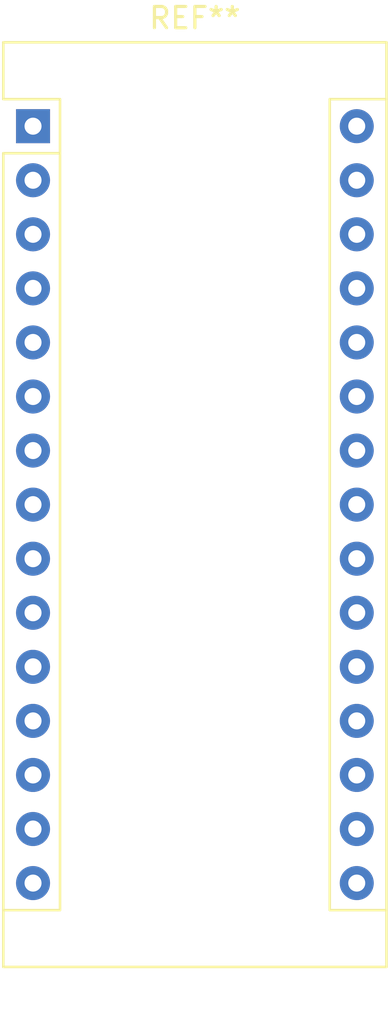
<source format=kicad_pcb>
(kicad_pcb (version 20171130) (host pcbnew "(5.1.4)-1")

  (general
    (thickness 1.6)
    (drawings 0)
    (tracks 0)
    (zones 0)
    (modules 1)
    (nets 1)
  )

  (page A4)
  (layers
    (0 F.Cu signal)
    (31 B.Cu signal)
    (32 B.Adhes user)
    (33 F.Adhes user)
    (34 B.Paste user)
    (35 F.Paste user)
    (36 B.SilkS user)
    (37 F.SilkS user)
    (38 B.Mask user)
    (39 F.Mask user)
    (40 Dwgs.User user)
    (41 Cmts.User user)
    (42 Eco1.User user)
    (43 Eco2.User user)
    (44 Edge.Cuts user)
    (45 Margin user)
    (46 B.CrtYd user)
    (47 F.CrtYd user)
    (48 B.Fab user)
    (49 F.Fab user)
  )

  (setup
    (last_trace_width 0.25)
    (trace_clearance 0.2)
    (zone_clearance 0.508)
    (zone_45_only no)
    (trace_min 0.2)
    (via_size 0.8)
    (via_drill 0.4)
    (via_min_size 0.4)
    (via_min_drill 0.3)
    (uvia_size 0.3)
    (uvia_drill 0.1)
    (uvias_allowed no)
    (uvia_min_size 0.2)
    (uvia_min_drill 0.1)
    (edge_width 0.05)
    (segment_width 0.2)
    (pcb_text_width 0.3)
    (pcb_text_size 1.5 1.5)
    (mod_edge_width 0.12)
    (mod_text_size 1 1)
    (mod_text_width 0.15)
    (pad_size 1.524 1.524)
    (pad_drill 0.762)
    (pad_to_mask_clearance 0.051)
    (solder_mask_min_width 0.25)
    (aux_axis_origin 0 0)
    (visible_elements FFFFFF7F)
    (pcbplotparams
      (layerselection 0x010fc_ffffffff)
      (usegerberextensions false)
      (usegerberattributes false)
      (usegerberadvancedattributes false)
      (creategerberjobfile false)
      (excludeedgelayer true)
      (linewidth 0.100000)
      (plotframeref false)
      (viasonmask false)
      (mode 1)
      (useauxorigin false)
      (hpglpennumber 1)
      (hpglpenspeed 20)
      (hpglpendiameter 15.000000)
      (psnegative false)
      (psa4output false)
      (plotreference true)
      (plotvalue true)
      (plotinvisibletext false)
      (padsonsilk false)
      (subtractmaskfromsilk false)
      (outputformat 1)
      (mirror false)
      (drillshape 1)
      (scaleselection 1)
      (outputdirectory ""))
  )

  (net 0 "")

  (net_class Default "This is the default net class."
    (clearance 0.2)
    (trace_width 0.25)
    (via_dia 0.8)
    (via_drill 0.4)
    (uvia_dia 0.3)
    (uvia_drill 0.1)
  )

  (module Module:Arduino_Nano (layer F.Cu) (tedit 58ACAF70) (tstamp 5DB49716)
    (at 52.07 116.84)
    (descr "Arduino Nano, http://www.mouser.com/pdfdocs/Gravitech_Arduino_Nano3_0.pdf")
    (tags "Arduino Nano")
    (fp_text reference REF** (at 7.62 -5.08) (layer F.SilkS)
      (effects (font (size 1 1) (thickness 0.15)))
    )
    (fp_text value Arduino_Nano (at 8.89 19.05 90) (layer F.Fab)
      (effects (font (size 1 1) (thickness 0.15)))
    )
    (fp_line (start 16.75 42.16) (end -1.53 42.16) (layer F.CrtYd) (width 0.05))
    (fp_line (start 16.75 42.16) (end 16.75 -4.06) (layer F.CrtYd) (width 0.05))
    (fp_line (start -1.53 -4.06) (end -1.53 42.16) (layer F.CrtYd) (width 0.05))
    (fp_line (start -1.53 -4.06) (end 16.75 -4.06) (layer F.CrtYd) (width 0.05))
    (fp_line (start 16.51 -3.81) (end 16.51 39.37) (layer F.Fab) (width 0.1))
    (fp_line (start 0 -3.81) (end 16.51 -3.81) (layer F.Fab) (width 0.1))
    (fp_line (start -1.27 -2.54) (end 0 -3.81) (layer F.Fab) (width 0.1))
    (fp_line (start -1.27 39.37) (end -1.27 -2.54) (layer F.Fab) (width 0.1))
    (fp_line (start 16.51 39.37) (end -1.27 39.37) (layer F.Fab) (width 0.1))
    (fp_line (start 16.64 -3.94) (end -1.4 -3.94) (layer F.SilkS) (width 0.12))
    (fp_line (start 16.64 39.5) (end 16.64 -3.94) (layer F.SilkS) (width 0.12))
    (fp_line (start -1.4 39.5) (end 16.64 39.5) (layer F.SilkS) (width 0.12))
    (fp_line (start 3.81 41.91) (end 3.81 31.75) (layer F.Fab) (width 0.1))
    (fp_line (start 11.43 41.91) (end 3.81 41.91) (layer F.Fab) (width 0.1))
    (fp_line (start 11.43 31.75) (end 11.43 41.91) (layer F.Fab) (width 0.1))
    (fp_line (start 3.81 31.75) (end 11.43 31.75) (layer F.Fab) (width 0.1))
    (fp_line (start 1.27 36.83) (end -1.4 36.83) (layer F.SilkS) (width 0.12))
    (fp_line (start 1.27 1.27) (end 1.27 36.83) (layer F.SilkS) (width 0.12))
    (fp_line (start 1.27 1.27) (end -1.4 1.27) (layer F.SilkS) (width 0.12))
    (fp_line (start 13.97 36.83) (end 16.64 36.83) (layer F.SilkS) (width 0.12))
    (fp_line (start 13.97 -1.27) (end 13.97 36.83) (layer F.SilkS) (width 0.12))
    (fp_line (start 13.97 -1.27) (end 16.64 -1.27) (layer F.SilkS) (width 0.12))
    (fp_line (start -1.4 -3.94) (end -1.4 -1.27) (layer F.SilkS) (width 0.12))
    (fp_line (start -1.4 1.27) (end -1.4 39.5) (layer F.SilkS) (width 0.12))
    (fp_line (start 1.27 -1.27) (end -1.4 -1.27) (layer F.SilkS) (width 0.12))
    (fp_line (start 1.27 1.27) (end 1.27 -1.27) (layer F.SilkS) (width 0.12))
    (fp_text user %R (at 6.35 19.05 90) (layer F.Fab)
      (effects (font (size 1 1) (thickness 0.15)))
    )
    (pad 16 thru_hole oval (at 15.24 35.56) (size 1.6 1.6) (drill 0.8) (layers *.Cu *.Mask))
    (pad 15 thru_hole oval (at 0 35.56) (size 1.6 1.6) (drill 0.8) (layers *.Cu *.Mask))
    (pad 30 thru_hole oval (at 15.24 0) (size 1.6 1.6) (drill 0.8) (layers *.Cu *.Mask))
    (pad 14 thru_hole oval (at 0 33.02) (size 1.6 1.6) (drill 0.8) (layers *.Cu *.Mask))
    (pad 29 thru_hole oval (at 15.24 2.54) (size 1.6 1.6) (drill 0.8) (layers *.Cu *.Mask))
    (pad 13 thru_hole oval (at 0 30.48) (size 1.6 1.6) (drill 0.8) (layers *.Cu *.Mask))
    (pad 28 thru_hole oval (at 15.24 5.08) (size 1.6 1.6) (drill 0.8) (layers *.Cu *.Mask))
    (pad 12 thru_hole oval (at 0 27.94) (size 1.6 1.6) (drill 0.8) (layers *.Cu *.Mask))
    (pad 27 thru_hole oval (at 15.24 7.62) (size 1.6 1.6) (drill 0.8) (layers *.Cu *.Mask))
    (pad 11 thru_hole oval (at 0 25.4) (size 1.6 1.6) (drill 0.8) (layers *.Cu *.Mask))
    (pad 26 thru_hole oval (at 15.24 10.16) (size 1.6 1.6) (drill 0.8) (layers *.Cu *.Mask))
    (pad 10 thru_hole oval (at 0 22.86) (size 1.6 1.6) (drill 0.8) (layers *.Cu *.Mask))
    (pad 25 thru_hole oval (at 15.24 12.7) (size 1.6 1.6) (drill 0.8) (layers *.Cu *.Mask))
    (pad 9 thru_hole oval (at 0 20.32) (size 1.6 1.6) (drill 0.8) (layers *.Cu *.Mask))
    (pad 24 thru_hole oval (at 15.24 15.24) (size 1.6 1.6) (drill 0.8) (layers *.Cu *.Mask))
    (pad 8 thru_hole oval (at 0 17.78) (size 1.6 1.6) (drill 0.8) (layers *.Cu *.Mask))
    (pad 23 thru_hole oval (at 15.24 17.78) (size 1.6 1.6) (drill 0.8) (layers *.Cu *.Mask))
    (pad 7 thru_hole oval (at 0 15.24) (size 1.6 1.6) (drill 0.8) (layers *.Cu *.Mask))
    (pad 22 thru_hole oval (at 15.24 20.32) (size 1.6 1.6) (drill 0.8) (layers *.Cu *.Mask))
    (pad 6 thru_hole oval (at 0 12.7) (size 1.6 1.6) (drill 0.8) (layers *.Cu *.Mask))
    (pad 21 thru_hole oval (at 15.24 22.86) (size 1.6 1.6) (drill 0.8) (layers *.Cu *.Mask))
    (pad 5 thru_hole oval (at 0 10.16) (size 1.6 1.6) (drill 0.8) (layers *.Cu *.Mask))
    (pad 20 thru_hole oval (at 15.24 25.4) (size 1.6 1.6) (drill 0.8) (layers *.Cu *.Mask))
    (pad 4 thru_hole oval (at 0 7.62) (size 1.6 1.6) (drill 0.8) (layers *.Cu *.Mask))
    (pad 19 thru_hole oval (at 15.24 27.94) (size 1.6 1.6) (drill 0.8) (layers *.Cu *.Mask))
    (pad 3 thru_hole oval (at 0 5.08) (size 1.6 1.6) (drill 0.8) (layers *.Cu *.Mask))
    (pad 18 thru_hole oval (at 15.24 30.48) (size 1.6 1.6) (drill 0.8) (layers *.Cu *.Mask))
    (pad 2 thru_hole oval (at 0 2.54) (size 1.6 1.6) (drill 0.8) (layers *.Cu *.Mask))
    (pad 17 thru_hole oval (at 15.24 33.02) (size 1.6 1.6) (drill 0.8) (layers *.Cu *.Mask))
    (pad 1 thru_hole rect (at 0 0) (size 1.6 1.6) (drill 0.8) (layers *.Cu *.Mask))
    (model ${KISYS3DMOD}/Module.3dshapes/Arduino_Nano_WithMountingHoles.wrl
      (at (xyz 0 0 0))
      (scale (xyz 1 1 1))
      (rotate (xyz 0 0 0))
    )
  )

)

</source>
